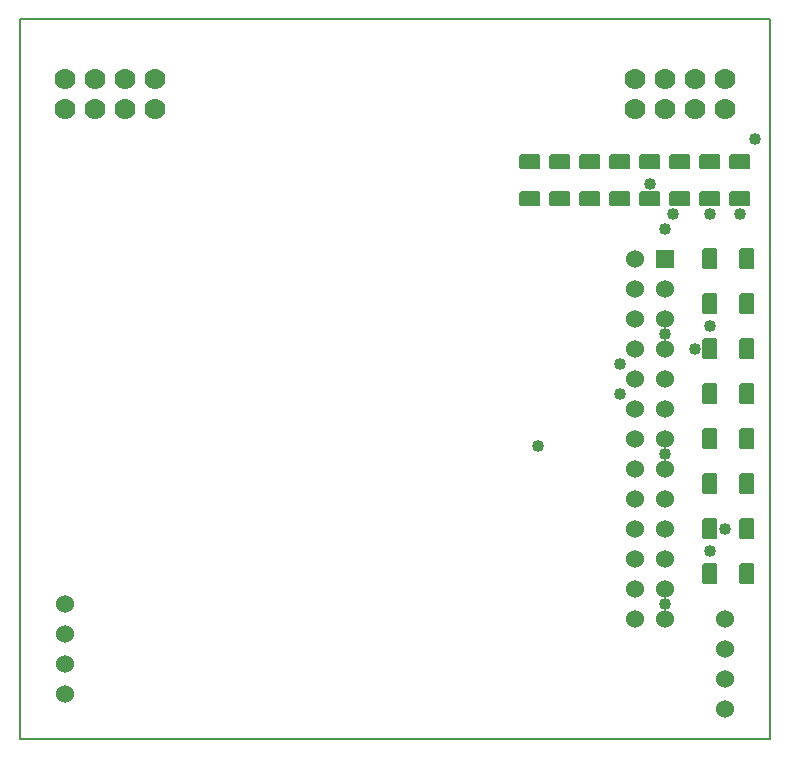
<source format=gbr>
G04 PROTEUS RS274X GERBER FILE*
%FSLAX45Y45*%
%MOMM*%
G01*
%ADD19C,1.016000*%
%ADD70C,1.778000*%
%AMPPAD011*
4,1,36,
-0.635000,0.762000,
0.635000,0.762000,
0.660970,0.759470,
0.684980,0.752200,
0.706580,0.740650,
0.725290,0.725290,
0.740650,0.706570,
0.752200,0.684980,
0.759470,0.660970,
0.762000,0.635000,
0.762000,-0.635000,
0.759470,-0.660970,
0.752200,-0.684980,
0.740650,-0.706570,
0.725290,-0.725290,
0.706580,-0.740650,
0.684980,-0.752200,
0.660970,-0.759470,
0.635000,-0.762000,
-0.635000,-0.762000,
-0.660970,-0.759470,
-0.684980,-0.752200,
-0.706580,-0.740650,
-0.725290,-0.725290,
-0.740650,-0.706570,
-0.752200,-0.684980,
-0.759470,-0.660970,
-0.762000,-0.635000,
-0.762000,0.635000,
-0.759470,0.660970,
-0.752200,0.684980,
-0.740650,0.706570,
-0.725290,0.725290,
-0.706580,0.740650,
-0.684980,0.752200,
-0.660970,0.759470,
-0.635000,0.762000,
0*%
%ADD71PPAD011*%
%ADD13C,1.524000*%
%AMPPAD012*
4,1,36,
0.889000,0.508000,
0.889000,-0.508000,
0.886470,-0.533970,
0.879200,-0.557980,
0.867650,-0.579580,
0.852290,-0.598290,
0.833570,-0.613650,
0.811980,-0.625200,
0.787970,-0.632470,
0.762000,-0.635000,
-0.762000,-0.635000,
-0.787970,-0.632470,
-0.811980,-0.625200,
-0.833570,-0.613650,
-0.852290,-0.598290,
-0.867650,-0.579580,
-0.879200,-0.557980,
-0.886470,-0.533970,
-0.889000,-0.508000,
-0.889000,0.508000,
-0.886470,0.533970,
-0.879200,0.557980,
-0.867650,0.579580,
-0.852290,0.598290,
-0.833570,0.613650,
-0.811980,0.625200,
-0.787970,0.632470,
-0.762000,0.635000,
0.762000,0.635000,
0.787970,0.632470,
0.811980,0.625200,
0.833570,0.613650,
0.852290,0.598290,
0.867650,0.579580,
0.879200,0.557980,
0.886470,0.533970,
0.889000,0.508000,
0*%
%ADD20PPAD012*%
%AMPPAD013*
4,1,36,
-0.508000,0.889000,
0.508000,0.889000,
0.533970,0.886470,
0.557980,0.879200,
0.579580,0.867650,
0.598290,0.852290,
0.613650,0.833570,
0.625200,0.811980,
0.632470,0.787970,
0.635000,0.762000,
0.635000,-0.762000,
0.632470,-0.787970,
0.625200,-0.811980,
0.613650,-0.833570,
0.598290,-0.852290,
0.579580,-0.867650,
0.557980,-0.879200,
0.533970,-0.886470,
0.508000,-0.889000,
-0.508000,-0.889000,
-0.533970,-0.886470,
-0.557980,-0.879200,
-0.579580,-0.867650,
-0.598290,-0.852290,
-0.613650,-0.833570,
-0.625200,-0.811980,
-0.632470,-0.787970,
-0.635000,-0.762000,
-0.635000,0.762000,
-0.632470,0.787970,
-0.625200,0.811980,
-0.613650,0.833570,
-0.598290,0.852290,
-0.579580,0.867650,
-0.557980,0.879200,
-0.533970,0.886470,
-0.508000,0.889000,
0*%
%ADD21PPAD013*%
%ADD18C,0.203200*%
D19*
X+6223000Y-1016000D03*
X+5842000Y-1651000D03*
X+5969000Y-4318000D03*
X+5842000Y-2603500D03*
X+5334000Y-1397000D03*
X+5524500Y-1651000D03*
X+5080000Y-2921000D03*
X+5080000Y-3175000D03*
X+5461000Y-3683000D03*
X+5461000Y-1778000D03*
X+5715000Y-2794000D03*
X+5461000Y-4953000D03*
X+6096000Y-1651000D03*
X+5842000Y-4508500D03*
X+4381500Y-3619500D03*
X+5461000Y-2667000D03*
D70*
X+381000Y-762000D03*
X+381000Y-508000D03*
X+635000Y-762000D03*
X+635000Y-508000D03*
X+889000Y-762000D03*
X+889000Y-508000D03*
X+1143000Y-762000D03*
X+1143000Y-508000D03*
X+5207000Y-762000D03*
X+5207000Y-508000D03*
X+5461000Y-762000D03*
X+5461000Y-508000D03*
X+5715000Y-762000D03*
X+5715000Y-508000D03*
X+5969000Y-762000D03*
X+5969000Y-508000D03*
D71*
X+5461000Y-2032000D03*
D13*
X+5207000Y-2032000D03*
X+5461000Y-2286000D03*
X+5207000Y-2286000D03*
X+5461000Y-2540000D03*
X+5207000Y-2540000D03*
X+5461000Y-2794000D03*
X+5207000Y-2794000D03*
X+5461000Y-3048000D03*
X+5207000Y-3048000D03*
X+5461000Y-3302000D03*
X+5207000Y-3302000D03*
X+5461000Y-3556000D03*
X+5207000Y-3556000D03*
X+5461000Y-3810000D03*
X+5207000Y-3810000D03*
X+5461000Y-4064000D03*
X+5207000Y-4064000D03*
X+5461000Y-4318000D03*
X+5207000Y-4318000D03*
X+5461000Y-4572000D03*
X+5207000Y-4572000D03*
X+5461000Y-4826000D03*
X+5207000Y-4826000D03*
X+5461000Y-5080000D03*
X+5207000Y-5080000D03*
X+5969000Y-5080000D03*
X+5969000Y-5334000D03*
X+5969000Y-5588000D03*
X+5969000Y-5842000D03*
D20*
X+5334000Y-1209040D03*
X+5334000Y-1524000D03*
X+5842000Y-1209040D03*
X+5842000Y-1524000D03*
X+5080000Y-1209040D03*
X+5080000Y-1524000D03*
X+4572000Y-1209040D03*
X+4572000Y-1524000D03*
X+4318000Y-1209040D03*
X+4318000Y-1524000D03*
X+4826000Y-1209040D03*
X+4826000Y-1524000D03*
X+5588000Y-1209040D03*
X+5588000Y-1524000D03*
X+6096000Y-1209040D03*
X+6096000Y-1524000D03*
D21*
X+5842000Y-4318000D03*
X+6156960Y-4318000D03*
X+5842000Y-3556000D03*
X+6156960Y-3556000D03*
X+5842000Y-3175000D03*
X+6156960Y-3175000D03*
X+5842000Y-2413000D03*
X+6156960Y-2413000D03*
X+5842000Y-2032000D03*
X+6156960Y-2032000D03*
X+5842000Y-2794000D03*
X+6156960Y-2794000D03*
X+5842000Y-3937000D03*
X+6156960Y-3937000D03*
X+5842000Y-4699000D03*
X+6156960Y-4699000D03*
D13*
X+381000Y-4953000D03*
X+381000Y-5207000D03*
X+381000Y-5461000D03*
X+381000Y-5715000D03*
D18*
X+0Y-6096000D02*
X+6350000Y-6096000D01*
X+6350000Y+0D01*
X+0Y+0D01*
X+0Y-6096000D01*
M02*

</source>
